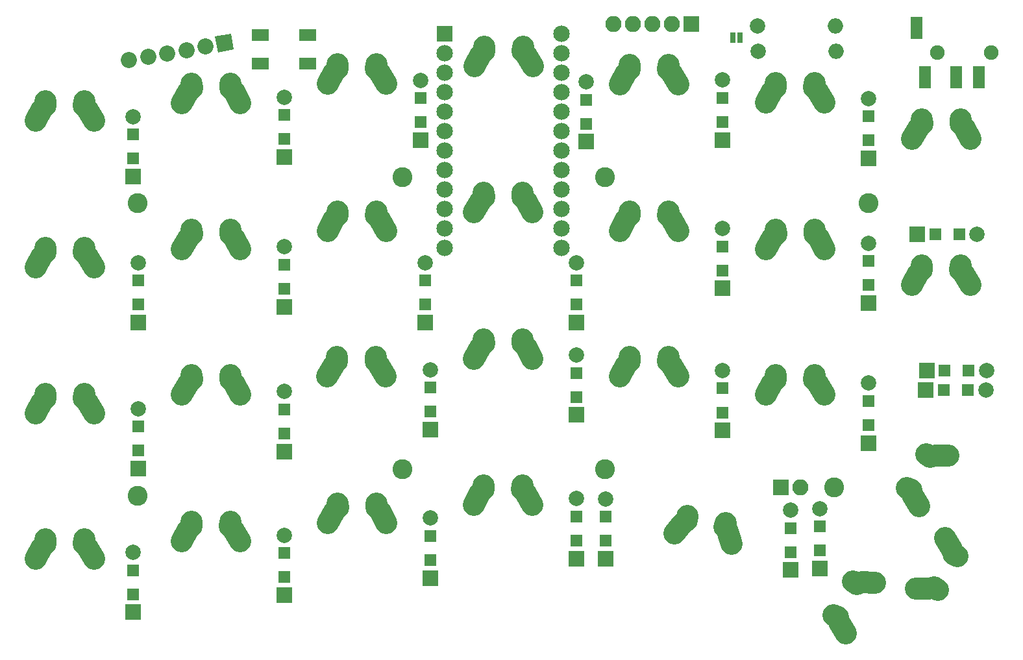
<source format=gbr>
G04 #@! TF.FileFunction,Soldermask,Top*
%FSLAX46Y46*%
G04 Gerber Fmt 4.6, Leading zero omitted, Abs format (unit mm)*
G04 Created by KiCad (PCBNEW 4.0.7) date 05/24/18 17:15:46*
%MOMM*%
%LPD*%
G01*
G04 APERTURE LIST*
%ADD10C,0.100000*%
%ADD11R,1.600000X1.600000*%
%ADD12R,2.000000X2.000000*%
%ADD13C,2.000000*%
%ADD14R,1.600000X2.900000*%
%ADD15C,1.900000*%
%ADD16C,2.900000*%
%ADD17R,2.200000X1.500000*%
%ADD18R,2.152600X2.152600*%
%ADD19C,2.152600*%
%ADD20C,2.100000*%
%ADD21O,2.000000X2.000000*%
%ADD22C,2.600000*%
%ADD23R,2.100000X2.100000*%
%ADD24O,2.100000X2.100000*%
%ADD25R,0.802000X1.402000*%
G04 APERTURE END LIST*
D10*
D11*
X93345000Y-63195000D03*
X93345000Y-66345000D03*
D12*
X93345000Y-68670000D03*
D13*
X93345000Y-60870000D03*
D11*
X93980000Y-82245000D03*
X93980000Y-85395000D03*
D12*
X93980000Y-87720000D03*
D13*
X93980000Y-79920000D03*
D11*
X93980000Y-101295000D03*
X93980000Y-104445000D03*
D12*
X93980000Y-106770000D03*
D13*
X93980000Y-98970000D03*
D11*
X93345000Y-120040000D03*
X93345000Y-123190000D03*
D12*
X93345000Y-125515000D03*
D13*
X93345000Y-117715000D03*
D11*
X113030000Y-60655000D03*
X113030000Y-63805000D03*
D12*
X113030000Y-66130000D03*
D13*
X113030000Y-58330000D03*
D11*
X113030000Y-80180000D03*
X113030000Y-83330000D03*
D12*
X113030000Y-85655000D03*
D13*
X113030000Y-77855000D03*
D11*
X113030000Y-99060000D03*
X113030000Y-102210000D03*
D12*
X113030000Y-104535000D03*
D13*
X113030000Y-96735000D03*
D11*
X113030000Y-117805000D03*
X113030000Y-120955000D03*
D12*
X113030000Y-123280000D03*
D13*
X113030000Y-115480000D03*
D11*
X130810000Y-58445000D03*
X130810000Y-61595000D03*
D12*
X130810000Y-63920000D03*
D13*
X130810000Y-56120000D03*
D11*
X131445000Y-82245000D03*
X131445000Y-85395000D03*
D12*
X131445000Y-87720000D03*
D13*
X131445000Y-79920000D03*
D11*
X132080000Y-96215000D03*
X132080000Y-99365000D03*
D12*
X132080000Y-101690000D03*
D13*
X132080000Y-93890000D03*
D11*
X132080000Y-115570000D03*
X132080000Y-118720000D03*
D12*
X132080000Y-121045000D03*
D13*
X132080000Y-113245000D03*
D11*
X152400000Y-58660000D03*
X152400000Y-61810000D03*
D12*
X152400000Y-64135000D03*
D13*
X152400000Y-56335000D03*
D11*
X151130000Y-82245000D03*
X151130000Y-85395000D03*
D12*
X151130000Y-87720000D03*
D13*
X151130000Y-79920000D03*
D11*
X151130000Y-94310000D03*
X151130000Y-97460000D03*
D12*
X151130000Y-99785000D03*
D13*
X151130000Y-91985000D03*
D11*
X151130000Y-113030000D03*
X151130000Y-116180000D03*
D12*
X151130000Y-118505000D03*
D13*
X151130000Y-110705000D03*
D11*
X170180000Y-58420000D03*
X170180000Y-61570000D03*
D12*
X170180000Y-63895000D03*
D13*
X170180000Y-56095000D03*
D11*
X170180000Y-77800000D03*
X170180000Y-80950000D03*
D12*
X170180000Y-83275000D03*
D13*
X170180000Y-75475000D03*
D11*
X170180000Y-96305000D03*
X170180000Y-99455000D03*
D12*
X170180000Y-101780000D03*
D13*
X170180000Y-93980000D03*
D11*
X179070000Y-114540000D03*
X179070000Y-117690000D03*
D12*
X179070000Y-120015000D03*
D13*
X179070000Y-112215000D03*
D11*
X189230000Y-60815000D03*
X189230000Y-63965000D03*
D12*
X189230000Y-66290000D03*
D13*
X189230000Y-58490000D03*
D11*
X189230000Y-79705000D03*
X189230000Y-82855000D03*
D12*
X189230000Y-85180000D03*
D13*
X189230000Y-77380000D03*
D11*
X189230000Y-97960000D03*
X189230000Y-101110000D03*
D12*
X189230000Y-103435000D03*
D13*
X189230000Y-95635000D03*
D11*
X182880000Y-114325000D03*
X182880000Y-117475000D03*
D12*
X182880000Y-119800000D03*
D13*
X182880000Y-112000000D03*
D11*
X201125000Y-76200000D03*
X197975000Y-76200000D03*
D12*
X195650000Y-76200000D03*
D13*
X203450000Y-76200000D03*
D11*
X202325000Y-93980000D03*
X199175000Y-93980000D03*
D12*
X196850000Y-93980000D03*
D13*
X204650000Y-93980000D03*
D11*
X202235000Y-96520000D03*
X199085000Y-96520000D03*
D12*
X196760000Y-96520000D03*
D13*
X204560000Y-96520000D03*
D14*
X195575000Y-49250000D03*
X196675000Y-55750000D03*
X200675000Y-55750000D03*
X203675000Y-55750000D03*
D15*
X205275000Y-52500000D03*
X198275000Y-52500000D03*
X205275000Y-52500000D03*
X198275000Y-52500000D03*
D16*
X81904564Y-58864484D02*
X81944012Y-59443140D01*
X87443835Y-59943858D02*
X88254741Y-61403766D01*
X81444741Y-59943858D02*
X80633835Y-61403766D01*
X86984012Y-58864484D02*
X86944564Y-59443140D01*
X81885160Y-77976182D02*
X81924608Y-78554838D01*
X87424431Y-79055556D02*
X88235337Y-80515464D01*
X81425337Y-79055556D02*
X80614431Y-80515464D01*
X86964608Y-77976182D02*
X86925160Y-78554838D01*
X81885160Y-97028342D02*
X81924608Y-97606998D01*
X87424431Y-98107716D02*
X88235337Y-99567624D01*
X81425337Y-98107716D02*
X80614431Y-99567624D01*
X86964608Y-97028342D02*
X86925160Y-97606998D01*
X81885160Y-116020964D02*
X81924608Y-116599620D01*
X87424431Y-117100338D02*
X88235337Y-118560246D01*
X81425337Y-117100338D02*
X80614431Y-118560246D01*
X86964608Y-116020964D02*
X86925160Y-116599620D01*
X100996858Y-56542502D02*
X101036306Y-57121158D01*
X106536129Y-57621876D02*
X107347035Y-59081784D01*
X100537035Y-57621876D02*
X99726129Y-59081784D01*
X106076306Y-56542502D02*
X106036858Y-57121158D01*
X100996858Y-75654200D02*
X101036306Y-76232856D01*
X106536129Y-76733574D02*
X107347035Y-78193482D01*
X100537035Y-76733574D02*
X99726129Y-78193482D01*
X106076306Y-75654200D02*
X106036858Y-76232856D01*
X100996858Y-94587284D02*
X101036306Y-95165940D01*
X106536129Y-95666658D02*
X107347035Y-97126566D01*
X100537035Y-95666658D02*
X99726129Y-97126566D01*
X106076306Y-94587284D02*
X106036858Y-95165940D01*
X100937320Y-113698982D02*
X100976768Y-114277638D01*
X106476591Y-114778356D02*
X107287497Y-116238264D01*
X100477497Y-114778356D02*
X99666591Y-116238264D01*
X106016768Y-113698982D02*
X105977320Y-114277638D01*
X119989480Y-54041906D02*
X120028928Y-54620562D01*
X125528751Y-55121280D02*
X126339657Y-56581188D01*
X119529657Y-55121280D02*
X118718751Y-56581188D01*
X125068928Y-54041906D02*
X125029480Y-54620562D01*
X119989480Y-73213142D02*
X120028928Y-73791798D01*
X125528751Y-74292516D02*
X126339657Y-75752424D01*
X119529657Y-74292516D02*
X118718751Y-75752424D01*
X125068928Y-73213142D02*
X125029480Y-73791798D01*
X119929942Y-92205764D02*
X119969390Y-92784420D01*
X125469213Y-93285138D02*
X126280119Y-94745046D01*
X119470119Y-93285138D02*
X118659213Y-94745046D01*
X125009390Y-92205764D02*
X124969942Y-92784420D01*
X120029748Y-111317462D02*
X120069196Y-111896118D01*
X125569019Y-112396836D02*
X126379925Y-113856744D01*
X119569925Y-112396836D02*
X118759019Y-113856744D01*
X125109196Y-111317462D02*
X125069748Y-111896118D01*
X139120448Y-51719924D02*
X139159896Y-52298580D01*
X144659719Y-52799298D02*
X145470625Y-54259206D01*
X138660625Y-52799298D02*
X137849719Y-54259206D01*
X144199896Y-51719924D02*
X144160448Y-52298580D01*
X139081908Y-70772084D02*
X139121356Y-71350740D01*
X144621179Y-71851458D02*
X145432085Y-73311366D01*
X138622085Y-71851458D02*
X137811179Y-73311366D01*
X144161356Y-70772084D02*
X144121908Y-71350740D01*
X139101178Y-89883782D02*
X139140626Y-90462438D01*
X144640449Y-90963156D02*
X145451355Y-92423064D01*
X138641355Y-90963156D02*
X137830449Y-92423064D01*
X144180626Y-89883782D02*
X144141178Y-90462438D01*
X139041640Y-108935942D02*
X139081088Y-109514598D01*
X144580911Y-110015316D02*
X145391817Y-111475224D01*
X138581817Y-110015316D02*
X137770911Y-111475224D01*
X144121088Y-108935942D02*
X144081640Y-109514598D01*
X158093800Y-54101444D02*
X158133248Y-54680100D01*
X163633071Y-55180818D02*
X164443977Y-56640726D01*
X157633977Y-55180818D02*
X156823071Y-56640726D01*
X163173248Y-54101444D02*
X163133800Y-54680100D01*
X158093800Y-73213142D02*
X158133248Y-73791798D01*
X163633071Y-74292516D02*
X164443977Y-75752424D01*
X157633977Y-74292516D02*
X156823071Y-75752424D01*
X163173248Y-73213142D02*
X163133800Y-73791798D01*
X158093800Y-92205764D02*
X158133248Y-92784420D01*
X163633071Y-93285138D02*
X164443977Y-94745046D01*
X157633977Y-93285138D02*
X156823071Y-94745046D01*
X163173248Y-92205764D02*
X163133800Y-92784420D01*
X165623118Y-112977901D02*
X165561484Y-113554617D01*
X170890804Y-115002763D02*
X171435880Y-116581303D01*
X164982850Y-113961031D02*
X163930752Y-115257947D01*
X170625398Y-113859938D02*
X170486066Y-114422954D01*
X177145960Y-56482964D02*
X177185408Y-57061620D01*
X182685231Y-57562338D02*
X183496137Y-59022246D01*
X176686137Y-57562338D02*
X175875231Y-59022246D01*
X182225408Y-56482964D02*
X182185960Y-57061620D01*
X177205498Y-75594662D02*
X177244946Y-76173318D01*
X182744769Y-76674036D02*
X183555675Y-78133944D01*
X176745675Y-76674036D02*
X175934769Y-78133944D01*
X182284946Y-75594662D02*
X182245498Y-76173318D01*
X177145960Y-94587284D02*
X177185408Y-95165940D01*
X182685231Y-95666658D02*
X183496137Y-97126566D01*
X176686137Y-95666658D02*
X175875231Y-97126566D01*
X182225408Y-94587284D02*
X182185960Y-95165940D01*
X184733834Y-125880362D02*
X185254690Y-126135526D01*
X188438236Y-121622900D02*
X190108006Y-121650588D01*
X185438689Y-126818266D02*
X186297553Y-128250486D01*
X187273558Y-121481430D02*
X187754966Y-121804922D01*
X196238254Y-61213426D02*
X196277702Y-61792082D01*
X201777525Y-62292800D02*
X202588431Y-63752708D01*
X195778431Y-62292800D02*
X194967525Y-63752708D01*
X201317702Y-61213426D02*
X201278254Y-61792082D01*
X196198120Y-80298164D02*
X196237568Y-80876820D01*
X201737391Y-81377538D02*
X202548297Y-82837446D01*
X195738297Y-81377538D02*
X194927391Y-82837446D01*
X201277568Y-80298164D02*
X201238120Y-80876820D01*
X194299318Y-109335201D02*
X194820174Y-109590365D01*
X198003720Y-105077739D02*
X199673490Y-105105427D01*
X195004173Y-110273105D02*
X195863037Y-111705325D01*
X196839042Y-104936269D02*
X197320450Y-105259761D01*
D17*
X116130000Y-53920000D03*
X109930000Y-53920000D03*
X116130000Y-50220000D03*
X109930000Y-50220000D03*
D18*
X134020038Y-50054000D03*
D19*
X134020038Y-52594000D03*
X134020038Y-55134000D03*
X134020038Y-57674000D03*
X134020038Y-60214000D03*
X134020038Y-62754000D03*
X134020038Y-65294000D03*
X134020038Y-67834000D03*
X134020038Y-70374000D03*
X134020038Y-72914000D03*
X134020038Y-75454000D03*
X134020038Y-77994000D03*
X149260038Y-77994000D03*
X149260038Y-75454000D03*
X149260038Y-72914000D03*
X149260038Y-70374000D03*
X149260038Y-67834000D03*
X149260038Y-65294000D03*
X149260038Y-62754000D03*
X149260038Y-60214000D03*
X149260038Y-57674000D03*
X149260038Y-55134000D03*
X149260038Y-52594000D03*
X149260038Y-50054000D03*
D16*
X200854388Y-118219035D02*
X200333532Y-117963871D01*
X197149986Y-122476497D02*
X195480216Y-122448809D01*
X200149533Y-117281131D02*
X199290669Y-115848911D01*
X198314664Y-122617967D02*
X197833256Y-122294475D01*
D10*
G36*
X104039268Y-50398282D02*
X106107365Y-50033621D01*
X106472026Y-52101718D01*
X104403929Y-52466379D01*
X104039268Y-50398282D01*
X104039268Y-50398282D01*
G37*
D20*
X102754235Y-51691066D02*
X102754235Y-51691066D01*
X100252824Y-52132133D02*
X100252824Y-52132133D01*
X97751412Y-52573199D02*
X97751412Y-52573199D01*
X95250000Y-53014265D02*
X95250000Y-53014265D01*
X92748589Y-53455332D02*
X92748589Y-53455332D01*
D13*
X174863760Y-52324000D03*
D21*
X185023760Y-52324000D03*
D13*
X174830740Y-49022000D03*
D21*
X184990740Y-49022000D03*
D22*
X93960000Y-110350000D03*
X93960000Y-72150000D03*
X189250000Y-72150000D03*
X184785000Y-109220000D03*
X128500000Y-68750000D03*
X128500000Y-106850000D03*
X154910000Y-68750000D03*
X154910000Y-106850000D03*
D23*
X166116000Y-48768000D03*
D24*
X163576000Y-48768000D03*
X161036000Y-48768000D03*
X158496000Y-48768000D03*
X155956000Y-48768000D03*
D25*
X172466000Y-50546000D03*
X171566000Y-50546000D03*
X171566000Y-50546000D03*
X172466000Y-50546000D03*
D11*
X154940000Y-113054999D03*
X154940000Y-116204999D03*
D12*
X154940000Y-118529999D03*
D13*
X154940000Y-110729999D03*
D23*
X177800000Y-109220000D03*
D24*
X180340000Y-109220000D03*
M02*

</source>
